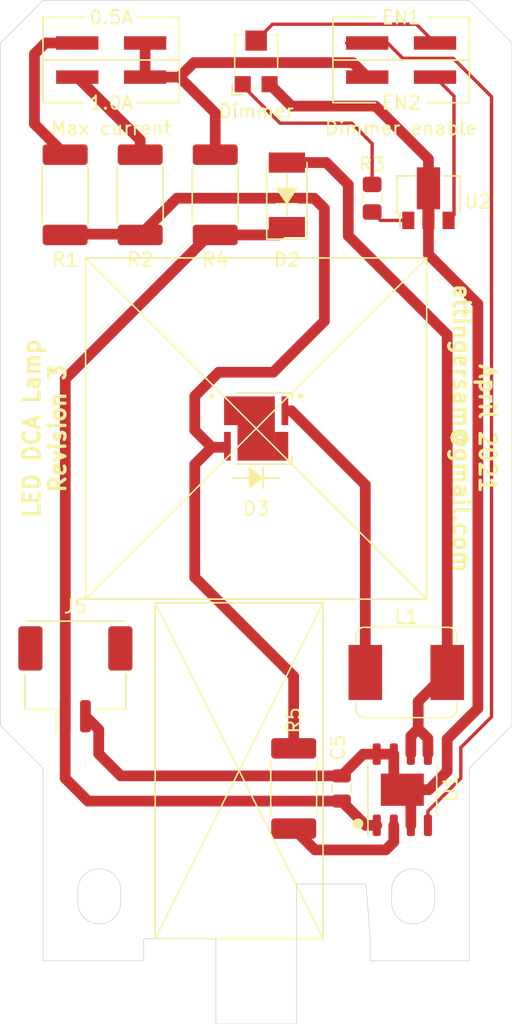
<source format=kicad_pcb>
(kicad_pcb (version 20171130) (host pcbnew "(5.1.9)-1")

  (general
    (thickness 1.6)
    (drawings 80)
    (tracks 107)
    (zones 0)
    (modules 17)
    (nets 15)
  )

  (page A4)
  (layers
    (0 F.Cu signal)
    (31 B.Cu signal)
    (32 B.Adhes user)
    (33 F.Adhes user)
    (34 B.Paste user)
    (35 F.Paste user)
    (36 B.SilkS user)
    (37 F.SilkS user)
    (38 B.Mask user)
    (39 F.Mask user)
    (40 Dwgs.User user)
    (41 Cmts.User user)
    (42 Eco1.User user)
    (43 Eco2.User user)
    (44 Edge.Cuts user)
    (45 Margin user)
    (46 B.CrtYd user)
    (47 F.CrtYd user)
    (48 B.Fab user hide)
    (49 F.Fab user hide)
  )

  (setup
    (last_trace_width 0.8)
    (trace_clearance 0.25)
    (zone_clearance 0.508)
    (zone_45_only no)
    (trace_min 0.2)
    (via_size 0.8)
    (via_drill 0.4)
    (via_min_size 0.4)
    (via_min_drill 0.3)
    (uvia_size 0.3)
    (uvia_drill 0.1)
    (uvias_allowed no)
    (uvia_min_size 0.2)
    (uvia_min_drill 0.1)
    (edge_width 0.05)
    (segment_width 0.2)
    (pcb_text_width 0.3)
    (pcb_text_size 1.5 1.5)
    (mod_edge_width 0.12)
    (mod_text_size 1 1)
    (mod_text_width 0.15)
    (pad_size 2.4 2.4)
    (pad_drill 1.2)
    (pad_to_mask_clearance 0.05)
    (aux_axis_origin 0 0)
    (visible_elements 7FFFFFFF)
    (pcbplotparams
      (layerselection 0x010fc_ffffffff)
      (usegerberextensions false)
      (usegerberattributes true)
      (usegerberadvancedattributes true)
      (creategerberjobfile true)
      (excludeedgelayer true)
      (linewidth 0.101600)
      (plotframeref false)
      (viasonmask false)
      (mode 1)
      (useauxorigin false)
      (hpglpennumber 1)
      (hpglpenspeed 20)
      (hpglpendiameter 15.000000)
      (psnegative false)
      (psa4output false)
      (plotreference true)
      (plotvalue true)
      (plotinvisibletext false)
      (padsonsilk false)
      (subtractmaskfromsilk false)
      (outputformat 1)
      (mirror false)
      (drillshape 1)
      (scaleselection 1)
      (outputdirectory ""))
  )

  (net 0 "")
  (net 1 "Net-(D2-Pad2)")
  (net 2 "Net-(J7-Pad1)")
  (net 3 VIN_UPRIGHT)
  (net 4 GND_UPRIGHT)
  (net 5 DIMMING)
  (net 6 "Net-(D3-Pad1)")
  (net 7 "Net-(J7-Pad3)")
  (net 8 "Net-(J8-Pad2)")
  (net 9 "Net-(J8-Pad4)")
  (net 10 "Net-(R3-Pad2)")
  (net 11 "Net-(R3-Pad1)")
  (net 12 "Net-(R5-Pad2)")
  (net 13 "Net-(D3-Pad2)")
  (net 14 "Net-(J7-Pad2)")

  (net_class Default "This is the default net class."
    (clearance 0.25)
    (trace_width 0.8)
    (via_dia 0.8)
    (via_drill 0.4)
    (uvia_dia 0.3)
    (uvia_drill 0.1)
    (add_net GND_UPRIGHT)
    (add_net "Net-(D2-Pad2)")
    (add_net "Net-(D3-Pad1)")
    (add_net "Net-(D3-Pad2)")
    (add_net "Net-(J7-Pad1)")
    (add_net "Net-(J7-Pad2)")
    (add_net "Net-(J7-Pad3)")
    (add_net "Net-(R5-Pad2)")
    (add_net VIN_UPRIGHT)
  )

  (net_class non-power ""
    (clearance 0.25)
    (trace_width 0.25)
    (via_dia 0.8)
    (via_drill 0.4)
    (uvia_dia 0.3)
    (uvia_drill 0.1)
    (add_net DIMMING)
    (add_net "Net-(J8-Pad2)")
    (add_net "Net-(J8-Pad4)")
    (add_net "Net-(R3-Pad1)")
    (add_net "Net-(R3-Pad2)")
  )

  (module Connector_PinHeader_2.54mm:PinHeader_2x02_P2.54mm_Vertical_SMD (layer F.Cu) (tedit 607A82A6) (tstamp 607B1213)
    (at 116.205 10.795)
    (descr "surface-mounted straight pin header, 2x02, 2.54mm pitch, double rows")
    (tags "Surface mounted pin header SMD 2x02 2.54mm double row")
    (path /6083069C)
    (attr smd)
    (fp_text reference J7 (at 0 -3.6) (layer F.SilkS) hide
      (effects (font (size 1 1) (thickness 0.15)))
    )
    (fp_text value Conn_02x02_Odd_Even (at 0 3.6) (layer F.Fab)
      (effects (font (size 1 1) (thickness 0.15)))
    )
    (fp_line (start 2.54 2.54) (end -2.54 2.54) (layer F.Fab) (width 0.1))
    (fp_line (start -1.59 -2.54) (end 2.54 -2.54) (layer F.Fab) (width 0.1))
    (fp_line (start -2.54 2.54) (end -2.54 -1.59) (layer F.Fab) (width 0.1))
    (fp_line (start -2.54 -1.59) (end -1.59 -2.54) (layer F.Fab) (width 0.1))
    (fp_line (start 2.54 -2.54) (end 2.54 2.54) (layer F.Fab) (width 0.1))
    (fp_line (start -2.54 -1.59) (end -3.6 -1.59) (layer F.Fab) (width 0.1))
    (fp_line (start -3.6 -1.59) (end -3.6 -0.95) (layer F.Fab) (width 0.1))
    (fp_line (start -3.6 -0.95) (end -2.54 -0.95) (layer F.Fab) (width 0.1))
    (fp_line (start 2.54 -1.59) (end 3.6 -1.59) (layer F.Fab) (width 0.1))
    (fp_line (start 3.6 -1.59) (end 3.6 -0.95) (layer F.Fab) (width 0.1))
    (fp_line (start 3.6 -0.95) (end 2.54 -0.95) (layer F.Fab) (width 0.1))
    (fp_line (start -2.54 0.95) (end -3.6 0.95) (layer F.Fab) (width 0.1))
    (fp_line (start -3.6 0.95) (end -3.6 1.59) (layer F.Fab) (width 0.1))
    (fp_line (start -3.6 1.59) (end -2.54 1.59) (layer F.Fab) (width 0.1))
    (fp_line (start 2.54 0.95) (end 3.6 0.95) (layer F.Fab) (width 0.1))
    (fp_line (start 3.6 0.95) (end 3.6 1.59) (layer F.Fab) (width 0.1))
    (fp_line (start 3.6 1.59) (end 2.54 1.59) (layer F.Fab) (width 0.1))
    (fp_line (start -5.9 -3.05) (end -5.9 3.05) (layer F.CrtYd) (width 0.05))
    (fp_line (start -5.9 3.05) (end 5.9 3.05) (layer F.CrtYd) (width 0.05))
    (fp_line (start 5.9 3.05) (end 5.9 -3.05) (layer F.CrtYd) (width 0.05))
    (fp_line (start 5.9 -3.05) (end -5.9 -3.05) (layer F.CrtYd) (width 0.05))
    (fp_text user %R (at 0 0 90) (layer F.Fab)
      (effects (font (size 1 1) (thickness 0.15)))
    )
    (pad 4 smd rect (at 2.525 1.27) (size 3.15 1) (layers F.Cu F.Paste F.Mask)
      (net 14 "Net-(J7-Pad2)"))
    (pad 3 smd rect (at -2.525 1.27) (size 3.15 1) (layers F.Cu F.Paste F.Mask)
      (net 7 "Net-(J7-Pad3)"))
    (pad 2 smd rect (at 2.525 -1.27) (size 3.15 1) (layers F.Cu F.Paste F.Mask)
      (net 14 "Net-(J7-Pad2)"))
    (pad 1 smd rect (at -2.525 -1.27) (size 3.15 1) (layers F.Cu F.Paste F.Mask)
      (net 2 "Net-(J7-Pad1)"))
    (model ${KISYS3DMOD}/Connector_PinHeader_2.54mm.3dshapes/PinHeader_2x02_P2.54mm_Vertical_SMD.wrl
      (at (xyz 0 0 0))
      (scale (xyz 1 1 1))
      (rotate (xyz 0 0 0))
    )
  )

  (module Resistor_SMD:R_2512_6332Metric_Pad1.52x3.35mm_HandSolder (layer F.Cu) (tedit 5B301BBD) (tstamp 607C2E16)
    (at 112.776 20.828 270)
    (descr "Resistor SMD 2512 (6332 Metric), square (rectangular) end terminal, IPC_7351 nominal with elongated pad for handsoldering. (Body size source: http://www.tortai-tech.com/upload/download/2011102023233369053.pdf), generated with kicad-footprint-generator")
    (tags "resistor handsolder")
    (path /5F0D273E)
    (attr smd)
    (fp_text reference R1 (at 4.826 0 180) (layer F.SilkS)
      (effects (font (size 1 1) (thickness 0.15)))
    )
    (fp_text value 0.100 (at 0 2.62 90) (layer F.Fab)
      (effects (font (size 1 1) (thickness 0.15)))
    )
    (fp_line (start 4 1.92) (end -4 1.92) (layer F.CrtYd) (width 0.05))
    (fp_line (start 4 -1.92) (end 4 1.92) (layer F.CrtYd) (width 0.05))
    (fp_line (start -4 -1.92) (end 4 -1.92) (layer F.CrtYd) (width 0.05))
    (fp_line (start -4 1.92) (end -4 -1.92) (layer F.CrtYd) (width 0.05))
    (fp_line (start -2.052064 1.71) (end 2.052064 1.71) (layer F.SilkS) (width 0.12))
    (fp_line (start -2.052064 -1.71) (end 2.052064 -1.71) (layer F.SilkS) (width 0.12))
    (fp_line (start 3.15 1.6) (end -3.15 1.6) (layer F.Fab) (width 0.1))
    (fp_line (start 3.15 -1.6) (end 3.15 1.6) (layer F.Fab) (width 0.1))
    (fp_line (start -3.15 -1.6) (end 3.15 -1.6) (layer F.Fab) (width 0.1))
    (fp_line (start -3.15 1.6) (end -3.15 -1.6) (layer F.Fab) (width 0.1))
    (fp_text user %R (at 0 0 90) (layer F.Fab)
      (effects (font (size 1 1) (thickness 0.15)))
    )
    (pad 2 smd roundrect (at 2.9875 0 270) (size 1.525 3.35) (layers F.Cu F.Paste F.Mask) (roundrect_rratio 0.163934)
      (net 13 "Net-(D3-Pad2)"))
    (pad 1 smd roundrect (at -2.9875 0 270) (size 1.525 3.35) (layers F.Cu F.Paste F.Mask) (roundrect_rratio 0.163934)
      (net 2 "Net-(J7-Pad1)"))
    (model ${KISYS3DMOD}/Resistor_SMD.3dshapes/R_2512_6332Metric.wrl
      (at (xyz 0 0 0))
      (scale (xyz 1 1 1))
      (rotate (xyz 0 0 0))
    )
  )

  (module Potentiometer_SMD:Potentiometer_Bourns_TC33X_Vertical (layer F.Cu) (tedit 607A7981) (tstamp 607B040B)
    (at 127 10.795 90)
    (descr "Potentiometer, Bourns, TC33X, Vertical, https://www.bourns.com/pdfs/TC33.pdf")
    (tags "Potentiometer Bourns TC33X Vertical")
    (path /5F12A84E)
    (attr smd)
    (fp_text reference RV1 (at 0 -2.5 90) (layer F.SilkS) hide
      (effects (font (size 1 1) (thickness 0.15)))
    )
    (fp_text value 10k (at 0 2.5 90) (layer F.Fab)
      (effects (font (size 1 1) (thickness 0.15)))
    )
    (fp_circle (center 0 0) (end 1.5 0) (layer F.Fab) (width 0.1))
    (fp_line (start -2 -0.75) (end -2 1.5) (layer F.Fab) (width 0.1))
    (fp_line (start -2 1.5) (end 1.8 1.5) (layer F.Fab) (width 0.1))
    (fp_line (start 1.8 1.5) (end 1.8 -1.5) (layer F.Fab) (width 0.1))
    (fp_line (start 1.8 -1.5) (end -1.25 -1.5) (layer F.Fab) (width 0.1))
    (fp_line (start -1.25 -1.5) (end -2 -0.75) (layer F.Fab) (width 0.1))
    (fp_line (start -2.1 -0.2) (end -2.1 0.2) (layer F.SilkS) (width 0.12))
    (fp_line (start -1 -1.6) (end 1.9 -1.6) (layer F.SilkS) (width 0.12))
    (fp_line (start 1.9 -1.6) (end 1.9 -1) (layer F.SilkS) (width 0.12))
    (fp_line (start -1 1.6) (end 1.9 1.6) (layer F.SilkS) (width 0.12))
    (fp_line (start 1.9 1.6) (end 1.9 1) (layer F.SilkS) (width 0.12))
    (fp_line (start -1.9 -1.8) (end -2.6 -1.8) (layer F.SilkS) (width 0.12))
    (fp_line (start -2.6 -1.8) (end -2.6 -1.1) (layer F.SilkS) (width 0.12))
    (fp_line (start -2.65 -1.85) (end 2.45 -1.85) (layer F.CrtYd) (width 0.05))
    (fp_line (start 2.45 -1.85) (end 2.45 1.85) (layer F.CrtYd) (width 0.05))
    (fp_line (start 2.45 1.85) (end -2.65 1.85) (layer F.CrtYd) (width 0.05))
    (fp_line (start -2.65 1.85) (end -2.65 -1.85) (layer F.CrtYd) (width 0.05))
    (fp_circle (center 0 0) (end 1.8 0) (layer Dwgs.User) (width 0.05))
    (fp_text user "Wiper may be\nanywhere within\ncircle shown" (at -0.15 -0.8 90) (layer Cmts.User)
      (effects (font (size 0.15 0.15) (thickness 0.02)))
    )
    (fp_text user %R (at 0 0 90) (layer F.Fab)
      (effects (font (size 0.7 0.7) (thickness 0.105)))
    )
    (pad 2 smd rect (at 1.45 0 90) (size 1.5 1.6) (layers F.Cu F.Paste F.Mask)
      (net 8 "Net-(J8-Pad2)"))
    (pad 3 smd rect (at -1.8 1 90) (size 1.2 1.2) (layers F.Cu F.Paste F.Mask)
      (net 4 GND_UPRIGHT))
    (pad 1 smd rect (at -1.8 -1 90) (size 1.2 1.2) (layers F.Cu F.Paste F.Mask)
      (net 11 "Net-(R3-Pad1)"))
    (model ${KISYS3DMOD}/Potentiometer_SMD.3dshapes/Potentiometer_Bourns_3314J_Vertical.step
      (at (xyz 0 0 0))
      (scale (xyz 0.8 0.8 0.8))
      (rotate (xyz 0 0 -90))
    )
  )

  (module LED_SMD:LED_Cree-XHP50_12V (layer F.Cu) (tedit 607A7795) (tstamp 607B330C)
    (at 127 38.227 180)
    (descr "Cree XHP50, 12V footprint, http://www.cree.com/~/media/Files/Cree/LED%20Components%20and%20Modules/XLamp/Data%20and%20Binning/ds%20XHP50.pdf")
    (tags "LED XHP50 Cree")
    (path /6081ECC4)
    (attr smd)
    (fp_text reference D3 (at 0 -5.969) (layer F.SilkS)
      (effects (font (size 1 1) (thickness 0.15)))
    )
    (fp_text value LED_Small_ALT (at 0 3.5) (layer F.Fab)
      (effects (font (size 1 1) (thickness 0.15)))
    )
    (fp_line (start -2.5 -2.5) (end 2.5 -2.5) (layer F.Fab) (width 0.1))
    (fp_line (start 2.5 -2.5) (end 2.5 2.5) (layer F.Fab) (width 0.1))
    (fp_line (start 2.5 2.5) (end -2.5 2.5) (layer F.Fab) (width 0.1))
    (fp_line (start -2.5 2.5) (end -2.5 -2.5) (layer F.Fab) (width 0.1))
    (fp_line (start 2.7 -2.7) (end -2.7 -2.7) (layer F.CrtYd) (width 0.05))
    (fp_line (start -2.7 -2.7) (end -2.7 2.7) (layer F.CrtYd) (width 0.05))
    (fp_line (start -2.7 2.7) (end 2.7 2.7) (layer F.CrtYd) (width 0.05))
    (fp_line (start 2.7 2.7) (end 2.7 -2.7) (layer F.CrtYd) (width 0.05))
    (fp_line (start 1.5 -2.65) (end -2.65 -2.65) (layer F.SilkS) (width 0.12))
    (fp_line (start 1.5 2.65) (end -2.65 2.65) (layer F.SilkS) (width 0.12))
    (fp_line (start -2.65 2.65) (end -2.65 2.15) (layer F.SilkS) (width 0.12))
    (fp_line (start -2.65 -2.65) (end -2.65 -2.1) (layer F.SilkS) (width 0.12))
    (fp_line (start 2 -1.25) (end 1.25 -1.25) (layer F.Fab) (width 0.1))
    (fp_line (start 1.25 -1.25) (end 1.25 -1.75) (layer F.Fab) (width 0.1))
    (fp_line (start 1.25 -1.75) (end 0.5 -1.25) (layer F.Fab) (width 0.1))
    (fp_line (start 0.5 -1.25) (end 1.25 -0.75) (layer F.Fab) (width 0.1))
    (fp_line (start 1.25 -0.75) (end 1.25 -1.25) (layer F.Fab) (width 0.1))
    (fp_line (start 0.5 -1.75) (end 0.5 -0.75) (layer F.Fab) (width 0.1))
    (fp_line (start -2 -1.25) (end -1.25 -1.25) (layer F.Fab) (width 0.1))
    (fp_line (start -1.25 -1.25) (end -1.25 -1.75) (layer F.Fab) (width 0.1))
    (fp_line (start -1.25 -1.25) (end -1.25 -0.75) (layer F.Fab) (width 0.1))
    (fp_line (start -1.25 -1.25) (end -0.5 -1.75) (layer F.Fab) (width 0.1))
    (fp_line (start -0.5 -1.75) (end -0.5 -0.75) (layer F.Fab) (width 0.1))
    (fp_line (start -0.5 -0.75) (end -1.25 -1.25) (layer F.Fab) (width 0.1))
    (fp_line (start -0.5 -1.25) (end 0.5 -1.25) (layer F.Fab) (width 0.1))
    (fp_line (start 2 1.25) (end 1.25 1.25) (layer F.Fab) (width 0.1))
    (fp_line (start 1.25 0.75) (end 1.25 1.75) (layer F.Fab) (width 0.1))
    (fp_line (start 1.25 0.75) (end 0.5 1.25) (layer F.Fab) (width 0.1))
    (fp_line (start 0.5 1.25) (end 1.25 1.75) (layer F.Fab) (width 0.1))
    (fp_line (start 0.5 0.75) (end 0.5 1.75) (layer F.Fab) (width 0.1))
    (fp_line (start -2 1.25) (end -1.25 1.25) (layer F.Fab) (width 0.1))
    (fp_line (start -1.25 1.25) (end -1.25 0.75) (layer F.Fab) (width 0.1))
    (fp_line (start -1.25 1.25) (end -1.25 1.75) (layer F.Fab) (width 0.1))
    (fp_line (start -1.25 1.25) (end -0.5 0.75) (layer F.Fab) (width 0.1))
    (fp_line (start -0.5 0.75) (end -0.5 1.75) (layer F.Fab) (width 0.1))
    (fp_line (start -0.5 1.75) (end -1.25 1.25) (layer F.Fab) (width 0.1))
    (fp_line (start -0.5 1.25) (end 0.5 1.25) (layer F.Fab) (width 0.1))
    (fp_line (start -2 -1.25) (end -2 0) (layer F.Fab) (width 0.1))
    (fp_line (start -2 0) (end 2 0) (layer F.Fab) (width 0.1))
    (fp_line (start 2 0) (end 2 1.25) (layer F.Fab) (width 0.1))
    (fp_text user %R (at 0 0) (layer F.Fab)
      (effects (font (size 1 1) (thickness 0.1)))
    )
    (pad 1 smd rect (at -2.14 1.32 180) (size 0.5 2.14) (layers F.Cu F.Paste F.Mask)
      (net 6 "Net-(D3-Pad1)"))
    (pad 2 smd rect (at 2.14 -1.32 180) (size 0.5 2.14) (layers F.Cu F.Paste F.Mask)
      (net 13 "Net-(D3-Pad2)"))
    (pad 3 smd rect (at 0 0 180) (size 2.78 4.78) (layers F.Cu F.Mask))
    (pad 3 smd rect (at 1.89 1.32 180) (size 1 2.14) (layers F.Cu F.Mask))
    (pad 3 smd rect (at -1.89 -1.32 180) (size 1 2.14) (layers F.Cu F.Mask))
    (pad "" smd rect (at -2.14 -1.32 180) (size 0.5 2.14) (layers F.Paste))
    (pad "" smd rect (at 2.14 1.32 180) (size 0.5 2.14) (layers F.Paste))
    (pad "" smd rect (at -0.61 -1.575 180) (size 0.97 0.8) (layers F.Paste))
    (pad "" smd rect (at 0.61 -1.575 180) (size 0.97 0.8) (layers F.Paste))
    (pad "" smd rect (at -0.61 -0.525 180) (size 0.97 0.8) (layers F.Paste))
    (pad "" smd rect (at 0.61 -0.525 180) (size 0.97 0.8) (layers F.Paste))
    (pad "" smd rect (at -0.61 0.525 180) (size 0.97 0.8) (layers F.Paste))
    (pad "" smd rect (at 0.61 0.525 180) (size 0.97 0.8) (layers F.Paste))
    (pad "" smd rect (at -0.61 1.575 180) (size 0.97 0.8) (layers F.Paste))
    (pad "" smd rect (at 0.61 1.575 180) (size 0.97 0.8) (layers F.Paste))
    (model ${KIPRJMOD}/projector_bulb.pretty/LED_Cree-XHP50_12V.step
      (at (xyz 0 0 0))
      (scale (xyz 1 1 1))
      (rotate (xyz 0 0 0))
    )
  )

  (module Resistor_SMD:R_2512_6332Metric_Pad1.52x3.35mm_HandSolder (layer F.Cu) (tedit 5B301BBD) (tstamp 607C2C71)
    (at 123.952 20.828 90)
    (descr "Resistor SMD 2512 (6332 Metric), square (rectangular) end terminal, IPC_7351 nominal with elongated pad for handsoldering. (Body size source: http://www.tortai-tech.com/upload/download/2011102023233369053.pdf), generated with kicad-footprint-generator")
    (tags "resistor handsolder")
    (path /608549C3)
    (attr smd)
    (fp_text reference R4 (at -4.826 0 180) (layer F.SilkS)
      (effects (font (size 1 1) (thickness 0.15)))
    )
    (fp_text value 0Ω (at 0 2.62 90) (layer F.Fab)
      (effects (font (size 1 1) (thickness 0.15)))
    )
    (fp_line (start -3.15 1.6) (end -3.15 -1.6) (layer F.Fab) (width 0.1))
    (fp_line (start -3.15 -1.6) (end 3.15 -1.6) (layer F.Fab) (width 0.1))
    (fp_line (start 3.15 -1.6) (end 3.15 1.6) (layer F.Fab) (width 0.1))
    (fp_line (start 3.15 1.6) (end -3.15 1.6) (layer F.Fab) (width 0.1))
    (fp_line (start -2.052064 -1.71) (end 2.052064 -1.71) (layer F.SilkS) (width 0.12))
    (fp_line (start -2.052064 1.71) (end 2.052064 1.71) (layer F.SilkS) (width 0.12))
    (fp_line (start -4 1.92) (end -4 -1.92) (layer F.CrtYd) (width 0.05))
    (fp_line (start -4 -1.92) (end 4 -1.92) (layer F.CrtYd) (width 0.05))
    (fp_line (start 4 -1.92) (end 4 1.92) (layer F.CrtYd) (width 0.05))
    (fp_line (start 4 1.92) (end -4 1.92) (layer F.CrtYd) (width 0.05))
    (fp_text user %R (at 0 0 90) (layer F.Fab)
      (effects (font (size 1 1) (thickness 0.15)))
    )
    (pad 2 smd roundrect (at 2.9875 0 90) (size 1.525 3.35) (layers F.Cu F.Paste F.Mask) (roundrect_rratio 0.163934)
      (net 14 "Net-(J7-Pad2)"))
    (pad 1 smd roundrect (at -2.9875 0 90) (size 1.525 3.35) (layers F.Cu F.Paste F.Mask) (roundrect_rratio 0.163934)
      (net 3 VIN_UPRIGHT))
    (model ${KISYS3DMOD}/Resistor_SMD.3dshapes/R_2512_6332Metric.wrl
      (at (xyz 0 0 0))
      (scale (xyz 1 1 1))
      (rotate (xyz 0 0 0))
    )
  )

  (module Package_TO_SOT_SMD:SOT-89-3 (layer F.Cu) (tedit 5C33D6E8) (tstamp 60789327)
    (at 139.827 21.082 90)
    (descr "SOT-89-3, http://ww1.microchip.com/downloads/en/DeviceDoc/3L_SOT-89_MB_C04-029C.pdf")
    (tags SOT-89-3)
    (path /60794EB9)
    (attr smd)
    (fp_text reference U2 (at -0.254 3.683 180) (layer F.SilkS)
      (effects (font (size 1 1) (thickness 0.15)))
    )
    (fp_text value AP7381-33Y (at 0.3 3.5 90) (layer F.Fab)
      (effects (font (size 1 1) (thickness 0.15)))
    )
    (fp_line (start 1.66 1.05) (end 1.66 2.36) (layer F.SilkS) (width 0.12))
    (fp_line (start 1.66 2.36) (end -1.06 2.36) (layer F.SilkS) (width 0.12))
    (fp_line (start -2.2 -2.13) (end -1.06 -2.13) (layer F.SilkS) (width 0.12))
    (fp_line (start 1.66 -2.36) (end 1.66 -1.05) (layer F.SilkS) (width 0.12))
    (fp_line (start -0.95 -1.25) (end 0.05 -2.25) (layer F.Fab) (width 0.1))
    (fp_line (start 1.55 -2.25) (end 1.55 2.25) (layer F.Fab) (width 0.1))
    (fp_line (start 1.55 2.25) (end -0.95 2.25) (layer F.Fab) (width 0.1))
    (fp_line (start -0.95 2.25) (end -0.95 -1.25) (layer F.Fab) (width 0.1))
    (fp_line (start 0.05 -2.25) (end 1.55 -2.25) (layer F.Fab) (width 0.1))
    (fp_line (start 2.55 -2.5) (end 2.55 2.5) (layer F.CrtYd) (width 0.05))
    (fp_line (start 2.55 -2.5) (end -2.55 -2.5) (layer F.CrtYd) (width 0.05))
    (fp_line (start -2.55 2.5) (end 2.55 2.5) (layer F.CrtYd) (width 0.05))
    (fp_line (start -2.55 2.5) (end -2.55 -2.5) (layer F.CrtYd) (width 0.05))
    (fp_line (start -1.06 -2.36) (end 1.66 -2.36) (layer F.SilkS) (width 0.12))
    (fp_line (start -1.06 -2.36) (end -1.06 -2.13) (layer F.SilkS) (width 0.12))
    (fp_line (start -1.06 2.36) (end -1.06 2.13) (layer F.SilkS) (width 0.12))
    (fp_text user %R (at 0.5 0) (layer F.Fab)
      (effects (font (size 1 1) (thickness 0.15)))
    )
    (pad 2 smd custom (at -1.5625 0 90) (size 1.475 0.9) (layers F.Cu F.Paste F.Mask)
      (net 4 GND_UPRIGHT) (zone_connect 2)
      (options (clearance outline) (anchor rect))
      (primitives
        (gr_poly (pts
           (xy 0.7375 -0.8665) (xy 3.8625 -0.8665) (xy 3.8625 0.8665) (xy 0.7375 0.8665)) (width 0))
      ))
    (pad 3 smd rect (at -1.65 1.5 90) (size 1.3 0.9) (layers F.Cu F.Paste F.Mask)
      (net 9 "Net-(J8-Pad4)"))
    (pad 1 smd rect (at -1.65 -1.5 90) (size 1.3 0.9) (layers F.Cu F.Paste F.Mask)
      (net 10 "Net-(R3-Pad2)"))
    (model ${KISYS3DMOD}/Package_TO_SOT_SMD.3dshapes/SOT-89-3.wrl
      (at (xyz 0 0 0))
      (scale (xyz 1 1 1))
      (rotate (xyz 0 0 0))
    )
  )

  (module Resistor_SMD:R_2512_6332Metric_Pad1.52x3.35mm_HandSolder (layer F.Cu) (tedit 5B301BBD) (tstamp 607C4185)
    (at 129.794 65.024 270)
    (descr "Resistor SMD 2512 (6332 Metric), square (rectangular) end terminal, IPC_7351 nominal with elongated pad for handsoldering. (Body size source: http://www.tortai-tech.com/upload/download/2011102023233369053.pdf), generated with kicad-footprint-generator")
    (tags "resistor handsolder")
    (path /6087C58A)
    (attr smd)
    (fp_text reference R5 (at -5.08 0 90) (layer F.SilkS)
      (effects (font (size 1 1) (thickness 0.15)))
    )
    (fp_text value 0Ω (at 0 2.62 90) (layer F.Fab)
      (effects (font (size 1 1) (thickness 0.15)))
    )
    (fp_line (start -3.15 1.6) (end -3.15 -1.6) (layer F.Fab) (width 0.1))
    (fp_line (start -3.15 -1.6) (end 3.15 -1.6) (layer F.Fab) (width 0.1))
    (fp_line (start 3.15 -1.6) (end 3.15 1.6) (layer F.Fab) (width 0.1))
    (fp_line (start 3.15 1.6) (end -3.15 1.6) (layer F.Fab) (width 0.1))
    (fp_line (start -2.052064 -1.71) (end 2.052064 -1.71) (layer F.SilkS) (width 0.12))
    (fp_line (start -2.052064 1.71) (end 2.052064 1.71) (layer F.SilkS) (width 0.12))
    (fp_line (start -4 1.92) (end -4 -1.92) (layer F.CrtYd) (width 0.05))
    (fp_line (start -4 -1.92) (end 4 -1.92) (layer F.CrtYd) (width 0.05))
    (fp_line (start 4 -1.92) (end 4 1.92) (layer F.CrtYd) (width 0.05))
    (fp_line (start 4 1.92) (end -4 1.92) (layer F.CrtYd) (width 0.05))
    (fp_text user %R (at 0 0 90) (layer F.Fab)
      (effects (font (size 1 1) (thickness 0.15)))
    )
    (pad 2 smd roundrect (at 2.9875 0 270) (size 1.525 3.35) (layers F.Cu F.Paste F.Mask) (roundrect_rratio 0.163934)
      (net 12 "Net-(R5-Pad2)"))
    (pad 1 smd roundrect (at -2.9875 0 270) (size 1.525 3.35) (layers F.Cu F.Paste F.Mask) (roundrect_rratio 0.163934)
      (net 13 "Net-(D3-Pad2)"))
    (model ${KISYS3DMOD}/Resistor_SMD.3dshapes/R_2512_6332Metric.wrl
      (at (xyz 0 0 0))
      (scale (xyz 1 1 1))
      (rotate (xyz 0 0 0))
    )
  )

  (module Resistor_SMD:R_0805_2012Metric_Pad1.15x1.40mm_HandSolder (layer F.Cu) (tedit 5B36C52B) (tstamp 5F0F7D71)
    (at 135.636 21.082 270)
    (descr "Resistor SMD 0805 (2012 Metric), square (rectangular) end terminal, IPC_7351 nominal with elongated pad for handsoldering. (Body size source: https://docs.google.com/spreadsheets/d/1BsfQQcO9C6DZCsRaXUlFlo91Tg2WpOkGARC1WS5S8t0/edit?usp=sharing), generated with kicad-footprint-generator")
    (tags "resistor handsolder")
    (path /5F12108E)
    (attr smd)
    (fp_text reference R3 (at -2.54 0 180) (layer F.SilkS)
      (effects (font (size 1 1) (thickness 0.15)))
    )
    (fp_text value 7.5k (at 0 1.65 90) (layer F.Fab)
      (effects (font (size 1 1) (thickness 0.15)))
    )
    (fp_line (start 1.85 0.95) (end -1.85 0.95) (layer F.CrtYd) (width 0.05))
    (fp_line (start 1.85 -0.95) (end 1.85 0.95) (layer F.CrtYd) (width 0.05))
    (fp_line (start -1.85 -0.95) (end 1.85 -0.95) (layer F.CrtYd) (width 0.05))
    (fp_line (start -1.85 0.95) (end -1.85 -0.95) (layer F.CrtYd) (width 0.05))
    (fp_line (start -0.261252 0.71) (end 0.261252 0.71) (layer F.SilkS) (width 0.12))
    (fp_line (start -0.261252 -0.71) (end 0.261252 -0.71) (layer F.SilkS) (width 0.12))
    (fp_line (start 1 0.6) (end -1 0.6) (layer F.Fab) (width 0.1))
    (fp_line (start 1 -0.6) (end 1 0.6) (layer F.Fab) (width 0.1))
    (fp_line (start -1 -0.6) (end 1 -0.6) (layer F.Fab) (width 0.1))
    (fp_line (start -1 0.6) (end -1 -0.6) (layer F.Fab) (width 0.1))
    (fp_text user %R (at 0 0 90) (layer F.Fab)
      (effects (font (size 0.5 0.5) (thickness 0.08)))
    )
    (pad 2 smd roundrect (at 1.025 0 270) (size 1.15 1.4) (layers F.Cu F.Paste F.Mask) (roundrect_rratio 0.217391)
      (net 10 "Net-(R3-Pad2)"))
    (pad 1 smd roundrect (at -1.025 0 270) (size 1.15 1.4) (layers F.Cu F.Paste F.Mask) (roundrect_rratio 0.217391)
      (net 11 "Net-(R3-Pad1)"))
    (model ${KISYS3DMOD}/Resistor_SMD.3dshapes/R_0805_2012Metric.wrl
      (at (xyz 0 0 0))
      (scale (xyz 1 1 1))
      (rotate (xyz 0 0 0))
    )
  )

  (module Connector_Molex:Molex_CLIK-Mate_505405-0270_1x02-1MP_P1.50mm_Vertical (layer F.Cu) (tedit 607F9A7D) (tstamp 607B33B9)
    (at 113.538 56.896)
    (descr "Molex CLIK-Mate series connector, 505405-0270 (http://www.molex.com/pdm_docs/sd/5054050270_sd.pdf), generated with kicad-footprint-generator")
    (tags "connector Molex CLIK-Mate side entry")
    (path /607DE2F9)
    (attr smd)
    (fp_text reference J5 (at 0 -5.42) (layer F.SilkS)
      (effects (font (size 1 1) (thickness 0.15)))
    )
    (fp_text value to_base (at 0 5.15) (layer F.Fab)
      (effects (font (size 1 1) (thickness 0.15)))
    )
    (fp_line (start -3.65 2.13) (end 3.65 2.13) (layer F.Fab) (width 0.1))
    (fp_line (start -3.76 -0.39) (end -3.76 2.24) (layer F.SilkS) (width 0.12))
    (fp_line (start -3.76 2.24) (end -1.41 2.24) (layer F.SilkS) (width 0.12))
    (fp_line (start -1.41 2.24) (end -1.41 3.95) (layer F.SilkS) (width 0.12))
    (fp_line (start 3.76 -0.39) (end 3.76 2.24) (layer F.SilkS) (width 0.12))
    (fp_line (start 3.76 2.24) (end 1.41 2.24) (layer F.SilkS) (width 0.12))
    (fp_line (start -3.65 -4.33) (end 3.65 -4.33) (layer F.SilkS) (width 0.12))
    (fp_line (start -3.65 -4.22) (end 3.65 -4.22) (layer F.Fab) (width 0.1))
    (fp_line (start -3.65 2.13) (end -3.65 -4.22) (layer F.Fab) (width 0.1))
    (fp_line (start 3.65 2.13) (end 3.65 -4.22) (layer F.Fab) (width 0.1))
    (fp_line (start -4.75 -4.72) (end -4.75 4.45) (layer F.CrtYd) (width 0.05))
    (fp_line (start -4.75 4.45) (end 4.75 4.45) (layer F.CrtYd) (width 0.05))
    (fp_line (start 4.75 4.45) (end 4.75 -4.72) (layer F.CrtYd) (width 0.05))
    (fp_line (start 4.75 -4.72) (end -4.75 -4.72) (layer F.CrtYd) (width 0.05))
    (fp_line (start -1.25 2.13) (end -0.75 1.422893) (layer F.Fab) (width 0.1))
    (fp_line (start -0.75 1.422893) (end -0.25 2.13) (layer F.Fab) (width 0.1))
    (fp_text user %R (at 0 -1.05) (layer F.Fab)
      (effects (font (size 1 1) (thickness 0.15)))
    )
    (pad "" smd roundrect (at 3.35 -2.3) (size 1.8 3.3) (layers F.Cu F.Paste F.Mask) (roundrect_rratio 0.139))
    (pad "" smd roundrect (at -3.35 -2.3) (size 1.8 3.3) (layers F.Cu F.Paste F.Mask) (roundrect_rratio 0.139))
    (pad 2 smd roundrect (at 0.75 2.75) (size 0.8 2.4) (layers F.Cu F.Paste F.Mask) (roundrect_rratio 0.25)
      (net 4 GND_UPRIGHT))
    (pad 1 smd roundrect (at -0.75 2.75) (size 0.8 2.4) (layers F.Cu F.Paste F.Mask) (roundrect_rratio 0.25)
      (net 3 VIN_UPRIGHT))
    (model ${KISYS3DMOD}/Connector_Molex.3dshapes/Molex_CLIK-Mate_505405-0270_1x02-1MP_P1.50mm_Vertical.wrl
      (at (xyz 0 0 0))
      (scale (xyz 1 1 1))
      (rotate (xyz 0 0 0))
    )
  )

  (module Package_SO:HTSOP-8-1EP_3.9x4.9mm_P1.27mm_EP2.4x3.2mm (layer F.Cu) (tedit 607A0CF3) (tstamp 607C3120)
    (at 137.884 65.116 90)
    (descr "HTSOP, 8 Pin (https://media.digikey.com/pdf/Data%20Sheets/Rohm%20PDFs/BD9G341EFJ.pdf), generated with kicad-footprint-generator ipc_gullwing_generator.py")
    (tags "HTSOP SO")
    (path /6078D646)
    (attr smd)
    (fp_text reference U1 (at 0.092 3.594 -90) (layer F.SilkS)
      (effects (font (size 1 1) (thickness 0.15)))
    )
    (fp_text value PAM2863 (at 0 3.4 270) (layer F.Fab)
      (effects (font (size 1 1) (thickness 0.15)))
    )
    (fp_line (start 0 2.56) (end 1.95 2.56) (layer F.SilkS) (width 0.12))
    (fp_line (start 0 2.56) (end -1.95 2.56) (layer F.SilkS) (width 0.12))
    (fp_line (start 0 -2.56) (end 1.95 -2.56) (layer F.SilkS) (width 0.12))
    (fp_line (start 0 -2.56) (end -3.45 -2.56) (layer F.SilkS) (width 0.12))
    (fp_line (start -0.975 -2.45) (end 1.95 -2.45) (layer F.Fab) (width 0.1))
    (fp_line (start 1.95 -2.45) (end 1.95 2.45) (layer F.Fab) (width 0.1))
    (fp_line (start 1.95 2.45) (end -1.95 2.45) (layer F.Fab) (width 0.1))
    (fp_line (start -1.95 2.45) (end -1.95 -1.475) (layer F.Fab) (width 0.1))
    (fp_line (start -1.95 -1.475) (end -0.975 -2.45) (layer F.Fab) (width 0.1))
    (fp_line (start -3.7 -2.7) (end -3.7 2.7) (layer F.CrtYd) (width 0.05))
    (fp_line (start -3.7 2.7) (end 3.7 2.7) (layer F.CrtYd) (width 0.05))
    (fp_line (start 3.7 2.7) (end 3.7 -2.7) (layer F.CrtYd) (width 0.05))
    (fp_line (start 3.7 -2.7) (end -3.7 -2.7) (layer F.CrtYd) (width 0.05))
    (fp_circle (center -2.54 -3.302) (end -2.34 -3.302) (layer F.SilkS) (width 0.4))
    (fp_text user %R (at 0 0 270) (layer F.Fab)
      (effects (font (size 0.98 0.98) (thickness 0.15)))
    )
    (pad "" smd roundrect (at 0.6 0.8 90) (size 0.97 1.29) (layers F.Paste) (roundrect_rratio 0.25))
    (pad "" smd roundrect (at 0.6 -0.8 90) (size 0.97 1.29) (layers F.Paste) (roundrect_rratio 0.25))
    (pad "" smd roundrect (at -0.6 0.8 90) (size 0.97 1.29) (layers F.Paste) (roundrect_rratio 0.25))
    (pad "" smd roundrect (at -0.6 -0.8 90) (size 0.97 1.29) (layers F.Paste) (roundrect_rratio 0.25))
    (pad 9 smd rect (at 0 0 90) (size 2.4 3.2) (layers F.Cu F.Mask)
      (net 4 GND_UPRIGHT))
    (pad 8 smd roundrect (at 2.65 -1.905 90) (size 1.6 0.6) (layers F.Cu F.Paste F.Mask) (roundrect_rratio 0.25)
      (net 4 GND_UPRIGHT))
    (pad 7 smd roundrect (at 2.65 -0.635 90) (size 1.6 0.6) (layers F.Cu F.Paste F.Mask) (roundrect_rratio 0.25)
      (net 4 GND_UPRIGHT))
    (pad 6 smd roundrect (at 2.65 0.635 90) (size 1.6 0.6) (layers F.Cu F.Paste F.Mask) (roundrect_rratio 0.25)
      (net 1 "Net-(D2-Pad2)"))
    (pad 5 smd roundrect (at 2.65 1.905 90) (size 1.6 0.6) (layers F.Cu F.Paste F.Mask) (roundrect_rratio 0.25)
      (net 1 "Net-(D2-Pad2)"))
    (pad 4 smd roundrect (at -2.65 1.905 90) (size 1.6 0.6) (layers F.Cu F.Paste F.Mask) (roundrect_rratio 0.25)
      (net 5 DIMMING))
    (pad 3 smd roundrect (at -2.65 0.635 90) (size 1.6 0.6) (layers F.Cu F.Paste F.Mask) (roundrect_rratio 0.25)
      (net 4 GND_UPRIGHT))
    (pad 2 smd roundrect (at -2.65 -0.635 90) (size 1.6 0.6) (layers F.Cu F.Paste F.Mask) (roundrect_rratio 0.25)
      (net 12 "Net-(R5-Pad2)"))
    (pad 1 smd roundrect (at -2.65 -1.905 90) (size 1.6 0.6) (layers F.Cu F.Paste F.Mask) (roundrect_rratio 0.25)
      (net 3 VIN_UPRIGHT))
    (model ${KISYS3DMOD}/Package_SO.3dshapes/HTSOP-8-1EP_3.9x4.9mm_P1.27mm_EP2.4x3.2mm.wrl
      (at (xyz 0 0 0))
      (scale (xyz 1 1 1))
      (rotate (xyz 0 0 0))
    )
  )

  (module Connector_PinHeader_2.54mm:PinHeader_2x02_P2.54mm_Vertical_SMD (layer F.Cu) (tedit 607A80AE) (tstamp 607B8756)
    (at 137.795 10.795)
    (descr "surface-mounted straight pin header, 2x02, 2.54mm pitch, double rows")
    (tags "Surface mounted pin header SMD 2x02 2.54mm double row")
    (path /6083618D)
    (attr smd)
    (fp_text reference J8 (at 0 -3.6) (layer F.SilkS) hide
      (effects (font (size 1 1) (thickness 0.15)))
    )
    (fp_text value Conn_02x02_Odd_Even (at 0 3.6) (layer F.Fab)
      (effects (font (size 1 1) (thickness 0.15)))
    )
    (fp_line (start 2.54 2.54) (end -2.54 2.54) (layer F.Fab) (width 0.1))
    (fp_line (start -1.59 -2.54) (end 2.54 -2.54) (layer F.Fab) (width 0.1))
    (fp_line (start -2.54 2.54) (end -2.54 -1.59) (layer F.Fab) (width 0.1))
    (fp_line (start -2.54 -1.59) (end -1.59 -2.54) (layer F.Fab) (width 0.1))
    (fp_line (start 2.54 -2.54) (end 2.54 2.54) (layer F.Fab) (width 0.1))
    (fp_line (start -2.54 -1.59) (end -3.6 -1.59) (layer F.Fab) (width 0.1))
    (fp_line (start -3.6 -1.59) (end -3.6 -0.95) (layer F.Fab) (width 0.1))
    (fp_line (start -3.6 -0.95) (end -2.54 -0.95) (layer F.Fab) (width 0.1))
    (fp_line (start 2.54 -1.59) (end 3.6 -1.59) (layer F.Fab) (width 0.1))
    (fp_line (start 3.6 -1.59) (end 3.6 -0.95) (layer F.Fab) (width 0.1))
    (fp_line (start 3.6 -0.95) (end 2.54 -0.95) (layer F.Fab) (width 0.1))
    (fp_line (start -2.54 0.95) (end -3.6 0.95) (layer F.Fab) (width 0.1))
    (fp_line (start -3.6 0.95) (end -3.6 1.59) (layer F.Fab) (width 0.1))
    (fp_line (start -3.6 1.59) (end -2.54 1.59) (layer F.Fab) (width 0.1))
    (fp_line (start 2.54 0.95) (end 3.6 0.95) (layer F.Fab) (width 0.1))
    (fp_line (start 3.6 0.95) (end 3.6 1.59) (layer F.Fab) (width 0.1))
    (fp_line (start 3.6 1.59) (end 2.54 1.59) (layer F.Fab) (width 0.1))
    (fp_line (start -5.9 -3.05) (end -5.9 3.05) (layer F.CrtYd) (width 0.05))
    (fp_line (start -5.9 3.05) (end 5.9 3.05) (layer F.CrtYd) (width 0.05))
    (fp_line (start 5.9 3.05) (end 5.9 -3.05) (layer F.CrtYd) (width 0.05))
    (fp_line (start 5.9 -3.05) (end -5.9 -3.05) (layer F.CrtYd) (width 0.05))
    (fp_text user %R (at 0 0 90) (layer F.Fab)
      (effects (font (size 1 1) (thickness 0.15)))
    )
    (pad 4 smd rect (at 2.525 1.27) (size 3.15 1) (layers F.Cu F.Paste F.Mask)
      (net 9 "Net-(J8-Pad4)"))
    (pad 3 smd rect (at -2.525 1.27) (size 3.15 1) (layers F.Cu F.Paste F.Mask)
      (net 14 "Net-(J7-Pad2)"))
    (pad 2 smd rect (at 2.525 -1.27) (size 3.15 1) (layers F.Cu F.Paste F.Mask)
      (net 8 "Net-(J8-Pad2)"))
    (pad 1 smd rect (at -2.525 -1.27) (size 3.15 1) (layers F.Cu F.Paste F.Mask)
      (net 5 DIMMING))
    (model ${KISYS3DMOD}/Connector_PinHeader_2.54mm.3dshapes/PinHeader_2x02_P2.54mm_Vertical_SMD.wrl
      (at (xyz 0 0 0))
      (scale (xyz 1 1 1))
      (rotate (xyz 0 0 0))
    )
  )

  (module projector_bulb:LENS_LEDIL_CA16370_HB-SQ-W (layer F.Cu) (tedit 607E665A) (tstamp 608155B3)
    (at 127 38.227)
    (path /608E1FCA)
    (fp_text reference LENS1 (at 0 0.5) (layer F.SilkS) hide
      (effects (font (size 1 1) (thickness 0.15)))
    )
    (fp_text value Lens (at 0 -3.81) (layer F.Fab) hide
      (effects (font (size 1 1) (thickness 0.15)))
    )
    (fp_arc (start 0 12.5) (end 1.6 12.5) (angle -180) (layer Dwgs.User) (width 0.12))
    (fp_arc (start 0 -12.5) (end -1.6 -12.5) (angle -180) (layer Dwgs.User) (width 0.12))
    (fp_line (start 1.6 -12.5) (end 12.5 -12.5) (layer Dwgs.User) (width 0.12))
    (fp_line (start 12.5 -12.5) (end 12.5 12.5) (layer Dwgs.User) (width 0.12))
    (fp_line (start -12.5 -12.5) (end -1.6 -12.5) (layer Dwgs.User) (width 0.12))
    (fp_line (start 12.5 12.5) (end 1.6 12.5) (layer Dwgs.User) (width 0.12))
    (fp_line (start -12.5 12.5) (end -12.5 -12.5) (layer Dwgs.User) (width 0.12))
    (fp_line (start -1.6 12.5) (end -12.5 12.5) (layer Dwgs.User) (width 0.12))
    (pad "" np_thru_hole circle (at -10.76 0) (size 2 2) (drill 2) (layers *.Cu *.Mask))
    (pad "" np_thru_hole circle (at 10.76 0) (size 2 2) (drill 2) (layers *.Cu *.Mask))
  )

  (module Diode_SMD:D_MELF (layer F.Cu) (tedit 607A0D90) (tstamp 607C1B30)
    (at 129.286 20.828 90)
    (descr "Diode, MELF,,")
    (tags "Diode MELF ")
    (path /5F0E7327)
    (attr smd)
    (fp_text reference D2 (at -4.826 0 180) (layer F.SilkS)
      (effects (font (size 1 1) (thickness 0.15)))
    )
    (fp_text value D_Schottky (at -0.25 2.5 90) (layer F.Fab)
      (effects (font (size 1 1) (thickness 0.15)))
    )
    (fp_line (start -3.4 1.6) (end -3.4 -1.6) (layer F.CrtYd) (width 0.05))
    (fp_line (start 3.4 1.6) (end -3.4 1.6) (layer F.CrtYd) (width 0.05))
    (fp_line (start 3.4 -1.6) (end 3.4 1.6) (layer F.CrtYd) (width 0.05))
    (fp_line (start -3.4 -1.6) (end 3.4 -1.6) (layer F.CrtYd) (width 0.05))
    (fp_line (start -0.64944 -0.79908) (end -0.64944 0.80112) (layer F.SilkS) (width 0.1))
    (fp_line (start 0.50118 0.00102) (end 1.4994 0.00102) (layer F.SilkS) (width 0.1))
    (fp_line (start -0.64944 0.00102) (end -1.55114 0.00102) (layer F.SilkS) (width 0.1))
    (fp_line (start 2.6 1.3) (end 2.6 -1.3) (layer F.Fab) (width 0.1))
    (fp_line (start -2.6 1.3) (end 2.6 1.3) (layer F.Fab) (width 0.1))
    (fp_line (start -2.6 -1.3) (end -2.6 1.3) (layer F.Fab) (width 0.1))
    (fp_line (start 2.6 -1.3) (end -2.6 -1.3) (layer F.Fab) (width 0.1))
    (fp_line (start -3.3 1.5) (end 2.4 1.5) (layer F.SilkS) (width 0.12))
    (fp_line (start -3.3 -1.5) (end -3.3 1.5) (layer F.SilkS) (width 0.12))
    (fp_line (start 2.4 -1.5) (end -3.3 -1.5) (layer F.SilkS) (width 0.12))
    (fp_poly (pts (xy 0.50118 0.75032) (xy -0.64944 0.00102) (xy 0.50118 -0.79908)) (layer F.SilkS) (width 0.1))
    (fp_text user %R (at 0 -2.5 90) (layer F.Fab)
      (effects (font (size 1 1) (thickness 0.15)))
    )
    (pad 2 smd rect (at 2.4 0 90) (size 1.5 2.7) (layers F.Cu F.Paste F.Mask)
      (net 1 "Net-(D2-Pad2)"))
    (pad 1 smd rect (at -2.4 0 90) (size 1.5 2.7) (layers F.Cu F.Paste F.Mask)
      (net 3 VIN_UPRIGHT))
    (model ${KISYS3DMOD}/Diode_SMD.3dshapes/D_MELF.wrl
      (at (xyz 0 0 0))
      (scale (xyz 1 1 1))
      (rotate (xyz 0 0 0))
    )
  )

  (module projector_bulb:L_KEMET_MPLCV_0654_7.9x6.5mm (layer F.Cu) (tedit 607B5671) (tstamp 6078912C)
    (at 138.176 56.388)
    (descr "Shielded Power Inductors (https://www.bourns.com/docs/product-datasheets/srp7028a.pdf)")
    (tags "Shielded Inductors Bourns SMD SRP7028A")
    (path /5F0DCD7B)
    (attr smd)
    (fp_text reference L1 (at 0 -4.15) (layer F.SilkS)
      (effects (font (size 1 1) (thickness 0.15)))
    )
    (fp_text value 47u (at 0 4.5) (layer F.Fab)
      (effects (font (size 1 1) (thickness 0.15)))
    )
    (fp_line (start -3.15 -3.25) (end 3.15 -3.25) (layer F.Fab) (width 0.1))
    (fp_line (start 3.65 -2.75) (end 3.65 2.75) (layer F.Fab) (width 0.1))
    (fp_line (start 3.15 3.25) (end -3.15 3.25) (layer F.Fab) (width 0.1))
    (fp_line (start -3.65 2.75) (end -3.65 -2.75) (layer F.Fab) (width 0.1))
    (fp_line (start -3.15 -3.36) (end 3.15 -3.36) (layer F.SilkS) (width 0.12))
    (fp_line (start 3.76 2.2) (end 3.76 2.75) (layer F.SilkS) (width 0.12))
    (fp_line (start 3.15 3.36) (end -3.1 3.36) (layer F.SilkS) (width 0.12))
    (fp_line (start -3.76 2.7) (end -3.76 2.2) (layer F.SilkS) (width 0.12))
    (fp_line (start -4.55 2.25) (end -4.55 -2.25) (layer F.CrtYd) (width 0.05))
    (fp_line (start -3.9 -3.5) (end 3.9 -3.5) (layer F.CrtYd) (width 0.05))
    (fp_line (start 4.55 -2.25) (end 4.55 2.25) (layer F.CrtYd) (width 0.05))
    (fp_line (start 3.9 3.5) (end -3.9 3.5) (layer F.CrtYd) (width 0.05))
    (fp_line (start 3.76 -2.75) (end 3.76 -2.2) (layer F.SilkS) (width 0.12))
    (fp_line (start -3.76 -2.2) (end -3.76 -2.75) (layer F.SilkS) (width 0.12))
    (fp_line (start -4.55 -2.25) (end -3.9 -2.25) (layer F.CrtYd) (width 0.05))
    (fp_line (start -3.9 2.25) (end -4.55 2.25) (layer F.CrtYd) (width 0.05))
    (fp_line (start 3.9 -2.25) (end 4.55 -2.25) (layer F.CrtYd) (width 0.05))
    (fp_line (start 4.55 2.25) (end 3.9 2.25) (layer F.CrtYd) (width 0.05))
    (fp_line (start -3.9 -2.25) (end -3.9 -3.5) (layer F.CrtYd) (width 0.05))
    (fp_line (start 3.9 -3.5) (end 3.9 -2.25) (layer F.CrtYd) (width 0.05))
    (fp_line (start 3.9 2.25) (end 3.9 3.5) (layer F.CrtYd) (width 0.05))
    (fp_line (start -3.9 3.5) (end -3.9 2.25) (layer F.CrtYd) (width 0.05))
    (fp_arc (start -3.15 -2.75) (end -3.15 -3.25) (angle -90) (layer F.Fab) (width 0.1))
    (fp_arc (start 3.15 -2.75) (end 3.65 -2.75) (angle -90) (layer F.Fab) (width 0.1))
    (fp_arc (start -3.15 2.75) (end -3.65 2.75) (angle -90) (layer F.Fab) (width 0.1))
    (fp_arc (start 3.15 2.75) (end 3.15 3.25) (angle -90) (layer F.Fab) (width 0.1))
    (fp_arc (start -3.15 -2.75) (end -3.15 -3.36) (angle -90) (layer F.SilkS) (width 0.12))
    (fp_arc (start 3.15 -2.75) (end 3.76 -2.75) (angle -90) (layer F.SilkS) (width 0.12))
    (fp_arc (start -3.1 2.7) (end -3.76 2.7) (angle -90) (layer F.SilkS) (width 0.12))
    (fp_arc (start 3.15 2.75) (end 3.15 3.36) (angle -90) (layer F.SilkS) (width 0.12))
    (fp_text user %R (at 0 0) (layer F.Fab)
      (effects (font (size 1 1) (thickness 0.15)))
    )
    (pad 1 smd rect (at -3.05 0) (size 2.5 4.1) (layers F.Cu F.Paste F.Mask)
      (net 6 "Net-(D3-Pad1)"))
    (pad 2 smd rect (at 3.05 0) (size 2.5 4.1) (layers F.Cu F.Paste F.Mask)
      (net 1 "Net-(D2-Pad2)"))
    (model ${KIPRJMOD}/projector_bulb.pretty/KEMET_MPLCV0654.step
      (at (xyz 0 0 0))
      (scale (xyz 1 1 1))
      (rotate (xyz 0 0 0))
    )
  )

  (module Resistor_SMD:R_2512_6332Metric_Pad1.52x3.35mm_HandSolder (layer F.Cu) (tedit 5B301BBD) (tstamp 607A1A54)
    (at 118.364 20.828 270)
    (descr "Resistor SMD 2512 (6332 Metric), square (rectangular) end terminal, IPC_7351 nominal with elongated pad for handsoldering. (Body size source: http://www.tortai-tech.com/upload/download/2011102023233369053.pdf), generated with kicad-footprint-generator")
    (tags "resistor handsolder")
    (path /6080608E)
    (attr smd)
    (fp_text reference R2 (at 4.826 0 180) (layer F.SilkS)
      (effects (font (size 1 1) (thickness 0.15)))
    )
    (fp_text value 0.200 (at 0 2.62 90) (layer F.Fab)
      (effects (font (size 1 1) (thickness 0.15)))
    )
    (fp_line (start -3.15 1.6) (end -3.15 -1.6) (layer F.Fab) (width 0.1))
    (fp_line (start -3.15 -1.6) (end 3.15 -1.6) (layer F.Fab) (width 0.1))
    (fp_line (start 3.15 -1.6) (end 3.15 1.6) (layer F.Fab) (width 0.1))
    (fp_line (start 3.15 1.6) (end -3.15 1.6) (layer F.Fab) (width 0.1))
    (fp_line (start -2.052064 -1.71) (end 2.052064 -1.71) (layer F.SilkS) (width 0.12))
    (fp_line (start -2.052064 1.71) (end 2.052064 1.71) (layer F.SilkS) (width 0.12))
    (fp_line (start -4 1.92) (end -4 -1.92) (layer F.CrtYd) (width 0.05))
    (fp_line (start -4 -1.92) (end 4 -1.92) (layer F.CrtYd) (width 0.05))
    (fp_line (start 4 -1.92) (end 4 1.92) (layer F.CrtYd) (width 0.05))
    (fp_line (start 4 1.92) (end -4 1.92) (layer F.CrtYd) (width 0.05))
    (fp_text user %R (at 0 0 90) (layer F.Fab)
      (effects (font (size 1 1) (thickness 0.15)))
    )
    (pad 2 smd roundrect (at 2.9875 0 270) (size 1.525 3.35) (layers F.Cu F.Paste F.Mask) (roundrect_rratio 0.163934)
      (net 13 "Net-(D3-Pad2)"))
    (pad 1 smd roundrect (at -2.9875 0 270) (size 1.525 3.35) (layers F.Cu F.Paste F.Mask) (roundrect_rratio 0.163934)
      (net 7 "Net-(J7-Pad3)"))
    (model ${KISYS3DMOD}/Resistor_SMD.3dshapes/R_2512_6332Metric.wrl
      (at (xyz 0 0 0))
      (scale (xyz 1 1 1))
      (rotate (xyz 0 0 0))
    )
  )

  (module Capacitor_SMD:C_0805_2012Metric (layer F.Cu) (tedit 5B36C52B) (tstamp 607C3180)
    (at 133.35 65.024 270)
    (descr "Capacitor SMD 0805 (2012 Metric), square (rectangular) end terminal, IPC_7351 nominal, (Body size source: https://docs.google.com/spreadsheets/d/1BsfQQcO9C6DZCsRaXUlFlo91Tg2WpOkGARC1WS5S8t0/edit?usp=sharing), generated with kicad-footprint-generator")
    (tags capacitor)
    (path /5F0E53C4)
    (attr smd)
    (fp_text reference C5 (at -3.048 0.254 90) (layer F.SilkS)
      (effects (font (size 1 1) (thickness 0.15)))
    )
    (fp_text value 22u (at 0 1.65 90) (layer F.Fab)
      (effects (font (size 1 1) (thickness 0.15)))
    )
    (fp_line (start 1.68 0.95) (end -1.68 0.95) (layer F.CrtYd) (width 0.05))
    (fp_line (start 1.68 -0.95) (end 1.68 0.95) (layer F.CrtYd) (width 0.05))
    (fp_line (start -1.68 -0.95) (end 1.68 -0.95) (layer F.CrtYd) (width 0.05))
    (fp_line (start -1.68 0.95) (end -1.68 -0.95) (layer F.CrtYd) (width 0.05))
    (fp_line (start -0.258578 0.71) (end 0.258578 0.71) (layer F.SilkS) (width 0.12))
    (fp_line (start -0.258578 -0.71) (end 0.258578 -0.71) (layer F.SilkS) (width 0.12))
    (fp_line (start 1 0.6) (end -1 0.6) (layer F.Fab) (width 0.1))
    (fp_line (start 1 -0.6) (end 1 0.6) (layer F.Fab) (width 0.1))
    (fp_line (start -1 -0.6) (end 1 -0.6) (layer F.Fab) (width 0.1))
    (fp_line (start -1 0.6) (end -1 -0.6) (layer F.Fab) (width 0.1))
    (fp_text user %R (at 0 0 90) (layer F.Fab)
      (effects (font (size 0.5 0.5) (thickness 0.08)))
    )
    (pad 2 smd roundrect (at 0.9375 0 270) (size 0.975 1.4) (layers F.Cu F.Paste F.Mask) (roundrect_rratio 0.25)
      (net 3 VIN_UPRIGHT))
    (pad 1 smd roundrect (at -0.9375 0 270) (size 0.975 1.4) (layers F.Cu F.Paste F.Mask) (roundrect_rratio 0.25)
      (net 4 GND_UPRIGHT))
    (model ${KISYS3DMOD}/Capacitor_SMD.3dshapes/C_0805_2012Metric.wrl
      (at (xyz 0 0 0))
      (scale (xyz 1 1 1))
      (rotate (xyz 0 0 0))
    )
  )

  (module projector_bulb:Heatsink_35x35x18mm (layer B.Cu) (tedit 6080E849) (tstamp 608138DC)
    (at 127 33.02)
    (descr Heatsink)
    (path /608CAEB8)
    (solder_mask_margin 0.2)
    (attr smd)
    (fp_text reference HS1 (at 0 8) (layer B.SilkS) hide
      (effects (font (size 1 1) (thickness 0.15)) (justify mirror))
    )
    (fp_text value Heatsink (at 1.27 -5.08) (layer B.Fab) hide
      (effects (font (size 1 1) (thickness 0.15)) (justify mirror))
    )
    (fp_line (start 17.5 17.5) (end 17.5 -17.5) (layer B.CrtYd) (width 0.12))
    (fp_line (start 17.5 -17.5) (end -17.5 -17.5) (layer B.CrtYd) (width 0.12))
    (fp_line (start -17.5 -17.5) (end -17.5 17.5) (layer B.CrtYd) (width 0.12))
    (fp_line (start -17.5 17.5) (end 17.5 17.5) (layer B.CrtYd) (width 0.12))
    (model ${KIPRJMOD}/projector_bulb.pretty/heatsink_low_res.wrl
      (at (xyz 0 0 0))
      (scale (xyz 1 1 0.5))
      (rotate (xyz 0 0 0))
    )
  )

  (gr_circle (center 130.302 35.814) (end 130.202 35.814) (layer F.SilkS) (width 0.2) (tstamp 607B3873))
  (gr_line (start 142.875 7.62) (end 139.7 7.62) (layer F.SilkS) (width 0.12))
  (gr_line (start 139.7 50.927) (end 139.7 25.527) (layer F.SilkS) (width 0.12) (tstamp 607C5940))
  (gr_line (start 124 76.2) (end 124 77.851) (layer Edge.Cuts) (width 0.05) (tstamp 60791159))
  (gr_line (start 127 38.227) (end 114.3 50.927) (layer F.SilkS) (width 0.12) (tstamp 607C5933))
  (gr_line (start 142.875 10.795) (end 142.875 7.62) (layer F.SilkS) (width 0.12))
  (gr_circle (center 123.698 35.814) (end 123.598 35.814) (layer F.SilkS) (width 0.2))
  (gr_line (start 135.175 72.136) (end 135.5 76.2) (layer Edge.Cuts) (width 0.05) (tstamp 607AD495))
  (gr_line (start 127 38.227) (end 139.7 50.927) (layer F.SilkS) (width 0.12) (tstamp 607C5933))
  (gr_line (start 130 72.136) (end 130 77.851) (layer Edge.Cuts) (width 0.05) (tstamp 60791160))
  (gr_line (start 114.3 50.927) (end 139.7 50.927) (layer F.SilkS) (width 0.12) (tstamp 607C593F))
  (gr_line (start 135.175 72.136) (end 130 72.136) (layer Edge.Cuts) (width 0.05) (tstamp 60791161))
  (gr_line (start 135.89 7.62) (end 132.715 7.62) (layer F.SilkS) (width 0.12))
  (gr_line (start 124 76.2) (end 118.625 76.2) (layer Edge.Cuts) (width 0.05) (tstamp 60791158))
  (gr_line (start 113.716 72.6) (end 113.716 73.5) (layer Edge.Cuts) (width 0.05) (tstamp 607B40FD))
  (gr_line (start 131.98 51.2) (end 119.48 51.2) (layer F.SilkS) (width 0.12) (tstamp 607C316E))
  (gr_line (start 118.625 76.2) (end 118.625 77.851) (layer Edge.Cuts) (width 0.05) (tstamp 607C8775))
  (gr_circle (center 138.684 73.2) (end 139.284 73.2) (layer Dwgs.User) (width 0.15) (tstamp 607AD3EC))
  (gr_line (start 111.125 13.97) (end 114.3 13.97) (layer F.SilkS) (width 0.12) (tstamp 607B8D4B))
  (gr_line (start 132.715 13.97) (end 135.89 13.97) (layer F.SilkS) (width 0.12))
  (gr_line (start 131.98 76.2) (end 131.98 51.2) (layer F.SilkS) (width 0.12) (tstamp 607AD44C))
  (gr_line (start 127.508 42.672) (end 127.508 41.148) (layer F.SilkS) (width 0.12))
  (gr_line (start 135.5 77.851) (end 142.875 77.851) (layer Edge.Cuts) (width 0.05) (tstamp 607C91FB))
  (gr_line (start 142.875 76.2) (end 142.875 77.851) (layer Edge.Cuts) (width 0.05) (tstamp 5F0F3157))
  (gr_line (start 142.875 6.35) (end 146.05 9.525) (layer Edge.Cuts) (width 0.05))
  (gr_line (start 111.125 76.2) (end 111.125 63.5) (layer Edge.Cuts) (width 0.05) (tstamp 5F0F318E))
  (gr_line (start 130 77.851) (end 130 82.55) (layer Edge.Cuts) (width 0.05))
  (gr_line (start 111.125 6.35) (end 142.875 6.35) (layer Edge.Cuts) (width 0.05) (tstamp 5F0F31A2))
  (gr_circle (center 115.316 73.2) (end 115.916 73.2) (layer Dwgs.User) (width 0.15) (tstamp 607AD3EC))
  (gr_arc (start 115.316 73.5) (end 113.716 73.5) (angle -180) (layer Edge.Cuts) (width 0.05) (tstamp 607B40BE))
  (gr_line (start 146.05 60.325) (end 146.05 9.525) (layer Edge.Cuts) (width 0.05))
  (gr_line (start 119.48 76.2) (end 125.73 76.2) (layer F.SilkS) (width 0.12) (tstamp 5F0F32E8))
  (gr_line (start 135.5 76.2) (end 135.5 77.851) (layer Edge.Cuts) (width 0.05) (tstamp 607C9210))
  (gr_line (start 142.875 63.5) (end 146.05 60.325) (layer Edge.Cuts) (width 0.05) (tstamp 5F0F3339))
  (gr_line (start 116.916 72.6) (end 116.916 73.5) (layer Edge.Cuts) (width 0.05) (tstamp 607B40FE))
  (gr_line (start 140.284 72.6) (end 140.284 73.5) (layer Edge.Cuts) (width 0.05) (tstamp 607B40FF))
  (gr_line (start 132.715 7.62) (end 132.715 10.795) (layer F.SilkS) (width 0.12) (tstamp 607B8B83))
  (gr_line (start 127 38.227) (end 114.3 25.527) (layer F.SilkS) (width 0.12) (tstamp 607C5933))
  (gr_line (start 107.95 60.325) (end 107.95 9.525) (layer Edge.Cuts) (width 0.05) (tstamp 5F0F31A0))
  (gr_line (start 125.73 76.2) (end 131.98 76.2) (layer F.SilkS) (width 0.12))
  (gr_line (start 111.125 6.35) (end 107.95 9.525) (layer Edge.Cuts) (width 0.05))
  (gr_line (start 111.125 63.5) (end 107.95 60.325) (layer Edge.Cuts) (width 0.05))
  (gr_arc (start 138.684 72.6) (end 140.284 72.6) (angle -180) (layer Edge.Cuts) (width 0.05))
  (gr_line (start 130 82.55) (end 124 82.55) (layer Edge.Cuts) (width 0.05))
  (gr_line (start 142.875 76.2) (end 142.875 63.5) (layer Edge.Cuts) (width 0.05))
  (gr_line (start 131.98 76.2) (end 119.48 51.2) (layer F.SilkS) (width 0.12) (tstamp 607C316B))
  (gr_line (start 111.125 76.2) (end 111.125 77.851) (layer Edge.Cuts) (width 0.05))
  (gr_line (start 111.125 77.851) (end 118.625 77.851) (layer Edge.Cuts) (width 0.05))
  (gr_line (start 124 82.55) (end 124 77.851) (layer Edge.Cuts) (width 0.05))
  (gr_arc (start 138.684 73.5) (end 137.084 73.5) (angle -180) (layer Edge.Cuts) (width 0.05) (tstamp 607B40B4))
  (gr_line (start 121.285 13.97) (end 121.285 10.795) (layer F.SilkS) (width 0.12) (tstamp 607B8D46))
  (gr_line (start 137.084 72.6) (end 137.084 73.5) (layer Edge.Cuts) (width 0.05) (tstamp 607B4100))
  (gr_arc (start 115.316 72.6) (end 116.916 72.6) (angle -180) (layer Edge.Cuts) (width 0.05) (tstamp 607B40BF))
  (gr_line (start 139.7 25.527) (end 114.3 25.527) (layer F.SilkS) (width 0.12) (tstamp 607C593D))
  (gr_line (start 111.125 10.795) (end 111.125 13.97) (layer F.SilkS) (width 0.12) (tstamp 607B8D4A))
  (gr_line (start 127 38.227) (end 139.7 25.527) (layer F.SilkS) (width 0.12))
  (gr_line (start 139.7 13.97) (end 142.875 13.97) (layer F.SilkS) (width 0.12))
  (gr_line (start 121.285 10.795) (end 121.285 7.62) (layer F.SilkS) (width 0.12) (tstamp 607B8D43))
  (gr_line (start 132.715 10.795) (end 142.875 10.795) (layer F.SilkS) (width 0.12))
  (gr_line (start 142.875 13.97) (end 142.875 10.795) (layer F.SilkS) (width 0.12) (tstamp 607B8B84))
  (gr_line (start 119.48 51.2) (end 119.48 76.2) (layer F.SilkS) (width 0.12) (tstamp 607C3168))
  (gr_line (start 118.11 13.97) (end 121.285 13.97) (layer F.SilkS) (width 0.12) (tstamp 607B8D45))
  (gr_line (start 114.3 7.62) (end 111.125 7.62) (layer F.SilkS) (width 0.12) (tstamp 607B8D44))
  (gr_poly (pts (xy 126.492 41.148) (xy 127.508 41.91) (xy 126.492 42.672)) (layer F.SilkS) (width 0.1))
  (gr_line (start 125.222 41.91) (end 128.778 41.91) (layer F.SilkS) (width 0.12))
  (gr_line (start 131.98 51.2) (end 119.48 76.2) (layer F.SilkS) (width 0.12) (tstamp 5F0F32EB))
  (gr_line (start 114.3 25.527) (end 114.3 50.927) (layer F.SilkS) (width 0.12) (tstamp 607C593E))
  (gr_line (start 111.125 7.62) (end 111.125 10.795) (layer F.SilkS) (width 0.12) (tstamp 607B8D49))
  (gr_line (start 111.125 10.795) (end 121.285 10.795) (layer F.SilkS) (width 0.12) (tstamp 607B8D48))
  (gr_line (start 132.715 10.795) (end 132.715 13.97) (layer F.SilkS) (width 0.12))
  (gr_line (start 121.285 7.62) (end 118.11 7.62) (layer F.SilkS) (width 0.12) (tstamp 607B8D47))
  (gr_text 0.5A (at 116.205 7.62) (layer F.SilkS) (tstamp 607B8D41)
    (effects (font (size 1 1) (thickness 0.15)))
  )
  (gr_text EN2 (at 137.795 13.97) (layer F.SilkS) (tstamp 607B8791)
    (effects (font (size 1 1) (thickness 0.15)))
  )
  (gr_text Dimmer (at 127 14.605) (layer F.SilkS) (tstamp 607B9190)
    (effects (font (size 1 1) (thickness 0.15)))
  )
  (gr_text "Dimmer enable" (at 137.795 15.875) (layer F.SilkS)
    (effects (font (size 1 1) (thickness 0.15)))
  )
  (gr_text 1.0A (at 116.205 13.97) (layer F.SilkS) (tstamp 607B8D42)
    (effects (font (size 1 1) (thickness 0.15)))
  )
  (gr_text EN1 (at 137.795 7.62) (layer F.SilkS) (tstamp 607B8794)
    (effects (font (size 1 1) (thickness 0.15)))
  )
  (gr_text "LED DCA Lamp\nRevision 3" (at 111.252 38.227 90) (layer F.SilkS)
    (effects (font (size 1.2 1.2) (thickness 0.25)))
  )
  (gr_text "Max current" (at 116.205 15.875) (layer F.SilkS) (tstamp 607B8D40)
    (effects (font (size 1 1) (thickness 0.15)))
  )
  (gr_text "April 2021\nettingersam@gmail.com" (at 143.256 38.227 -90) (layer F.SilkS) (tstamp 607C85EA)
    (effects (font (size 1.2 1.2) (thickness 0.25)))
  )

  (segment (start 132.22 18.428) (end 133.858 20.066) (width 0.8) (layer F.Cu) (net 1))
  (segment (start 139.065 58.549) (end 141.226 56.388) (width 0.8) (layer F.Cu) (net 1))
  (segment (start 141.226 31.244) (end 141.226 56.388) (width 0.8) (layer F.Cu) (net 1))
  (segment (start 129.286 18.428) (end 132.22 18.428) (width 0.8) (layer F.Cu) (net 1))
  (segment (start 139.065 60.579) (end 139.789 61.303) (width 0.8) (layer F.Cu) (net 1) (tstamp 607C30FC))
  (segment (start 139.065 58.549) (end 139.065 60.579) (width 0.8) (layer F.Cu) (net 1))
  (segment (start 138.519 61.125) (end 139.065 60.579) (width 0.8) (layer F.Cu) (net 1) (tstamp 607C30F6))
  (segment (start 133.858 23.876) (end 141.226 31.244) (width 0.8) (layer F.Cu) (net 1))
  (segment (start 133.858 20.066) (end 133.858 23.876) (width 0.8) (layer F.Cu) (net 1))
  (segment (start 138.519 62.466) (end 138.519 61.125) (width 0.8) (layer F.Cu) (net 1) (tstamp 607C30F9))
  (segment (start 129.286 18.428) (end 129.934 18.428) (width 0.8) (layer F.Cu) (net 1))
  (segment (start 139.789 61.303) (end 139.789 62.466) (width 0.8) (layer F.Cu) (net 1) (tstamp 607C30FF))
  (segment (start 111.305 9.525) (end 113.68 9.525) (width 0.8) (layer F.Cu) (net 2))
  (segment (start 112.776 17.8405) (end 110.49 15.5545) (width 0.8) (layer F.Cu) (net 2))
  (segment (start 110.49 10.34) (end 111.305 9.525) (width 0.8) (layer F.Cu) (net 2))
  (segment (start 110.49 15.5545) (end 110.49 10.34) (width 0.8) (layer F.Cu) (net 2))
  (segment (start 112.776 58.642) (end 112.788 58.63) (width 0.8) (layer F.Cu) (net 3))
  (segment (start 133.35 65.9615) (end 114.4755 65.9615) (width 0.8) (layer F.Cu) (net 3))
  (segment (start 123.952 23.8155) (end 128.6985 23.8155) (width 0.8) (layer F.Cu) (net 3))
  (segment (start 114.4755 65.9615) (end 112.776 64.262) (width 0.8) (layer F.Cu) (net 3))
  (segment (start 128.6985 23.8155) (end 129.286 23.228) (width 0.8) (layer F.Cu) (net 3))
  (segment (start 135.979 67.766) (end 135.1545 67.766) (width 0.8) (layer F.Cu) (net 3) (tstamp 607C30EA))
  (segment (start 112.776 34.544) (end 123.5045 23.8155) (width 0.8) (layer F.Cu) (net 3))
  (segment (start 135.1545 67.766) (end 133.35 65.9615) (width 0.8) (layer F.Cu) (net 3) (tstamp 607C30E4))
  (segment (start 112.788 34.556) (end 112.776 34.544) (width 0.8) (layer F.Cu) (net 3))
  (segment (start 133.2715 66.04) (end 133.35 65.9615) (width 0.8) (layer F.Cu) (net 3) (tstamp 607C3165))
  (segment (start 123.5045 23.8155) (end 123.952 23.8155) (width 0.8) (layer F.Cu) (net 3))
  (segment (start 112.788 58.63) (end 112.788 34.556) (width 0.8) (layer F.Cu) (net 3))
  (segment (start 112.776 64.262) (end 112.776 58.642) (width 0.8) (layer F.Cu) (net 3))
  (segment (start 123.2505 23.8155) (end 123.952 23.8155) (width 0.8) (layer F.Cu) (net 3))
  (segment (start 139.827 18.161) (end 135.89 14.224) (width 0.8) (layer F.Cu) (net 4))
  (segment (start 139.827 22.6445) (end 139.827 18.161) (width 0.8) (layer F.Cu) (net 4))
  (segment (start 137.249 62.466) (end 135.979 62.466) (width 0.8) (layer F.Cu) (net 4) (tstamp 607C30E1))
  (segment (start 134.9705 62.466) (end 133.35 64.0865) (width 0.8) (layer F.Cu) (net 4) (tstamp 607C30F3))
  (segment (start 137.249 62.466) (end 137.249 64.481) (width 0.8) (layer F.Cu) (net 4) (tstamp 607C30DB))
  (segment (start 138.519 67.766) (end 138.519 65.751) (width 0.8) (layer F.Cu) (net 4) (tstamp 607C30ED))
  (segment (start 137.249 64.481) (end 137.884 65.116) (width 0.8) (layer F.Cu) (net 4) (tstamp 607C30DE))
  (segment (start 115.276 60.634) (end 114.288 59.646) (width 0.8) (layer F.Cu) (net 4))
  (segment (start 135.979 62.466) (end 134.9705 62.466) (width 0.8) (layer F.Cu) (net 4) (tstamp 607C30E7))
  (segment (start 116.9185 64.0865) (end 115.276 62.444) (width 0.8) (layer F.Cu) (net 4))
  (segment (start 133.35 64.0865) (end 116.9185 64.0865) (width 0.8) (layer F.Cu) (net 4))
  (segment (start 135.89 14.224) (end 129.629 14.224) (width 0.8) (layer F.Cu) (net 4))
  (segment (start 141.224 61.341) (end 143.51 59.055) (width 0.8) (layer F.Cu) (net 4))
  (segment (start 143.51 28.956) (end 139.827 25.273) (width 0.8) (layer F.Cu) (net 4))
  (segment (start 141.224 63.754) (end 141.224 61.341) (width 0.8) (layer F.Cu) (net 4))
  (segment (start 139.827 25.273) (end 139.827 22.6445) (width 0.8) (layer F.Cu) (net 4))
  (segment (start 138.519 65.751) (end 137.884 65.116) (width 0.8) (layer F.Cu) (net 4) (tstamp 607C30F0))
  (segment (start 129.629 14.224) (end 128 12.595) (width 0.8) (layer F.Cu) (net 4))
  (segment (start 143.51 59.055) (end 143.51 28.956) (width 0.8) (layer F.Cu) (net 4))
  (segment (start 115.276 62.444) (end 115.276 60.634) (width 0.8) (layer F.Cu) (net 4))
  (segment (start 139.862 65.116) (end 141.224 63.754) (width 0.8) (layer F.Cu) (net 4))
  (segment (start 137.884 65.116) (end 139.862 65.116) (width 0.8) (layer F.Cu) (net 4))
  (segment (start 141.673002 10.668) (end 144.526 13.520998) (width 0.25) (layer F.Cu) (net 5))
  (segment (start 137.922 10.668) (end 141.673002 10.668) (width 0.25) (layer F.Cu) (net 5))
  (segment (start 136.779 9.525) (end 137.922 10.668) (width 0.25) (layer F.Cu) (net 5))
  (segment (start 135.27 9.525) (end 136.779 9.525) (width 0.25) (layer F.Cu) (net 5))
  (segment (start 142.24 64.262) (end 142.24 61.976) (width 0.25) (layer F.Cu) (net 5))
  (segment (start 139.789 67.766) (end 139.789 66.713) (width 0.25) (layer F.Cu) (net 5))
  (segment (start 144.526 59.69) (end 144.526 13.520998) (width 0.25) (layer F.Cu) (net 5))
  (segment (start 142.24 61.976) (end 144.526 59.69) (width 0.25) (layer F.Cu) (net 5))
  (segment (start 139.789 66.713) (end 142.24 64.262) (width 0.25) (layer F.Cu) (net 5))
  (segment (start 135.27 9.525) (end 133.731 9.525) (width 0.25) (layer F.Cu) (net 5))
  (segment (start 135.126 42.416) (end 135.126 56.388) (width 0.8) (layer F.Cu) (net 6))
  (segment (start 129.617 36.907) (end 135.126 42.416) (width 0.8) (layer F.Cu) (net 6))
  (segment (start 129.617 36.907) (end 129.286 36.907) (width 0.8) (layer F.Cu) (net 6))
  (segment (start 118.364 17.8405) (end 118.364 16.749) (width 0.8) (layer F.Cu) (net 7))
  (segment (start 118.364 16.749) (end 113.68 12.065) (width 0.8) (layer F.Cu) (net 7))
  (segment (start 140.32 9.525) (end 138.923 8.128) (width 0.25) (layer F.Cu) (net 8))
  (segment (start 138.923 8.128) (end 128.217 8.128) (width 0.25) (layer F.Cu) (net 8))
  (segment (start 128.217 8.128) (end 127 9.345) (width 0.25) (layer F.Cu) (net 8))
  (segment (start 141.732 22.327) (end 141.327 22.732) (width 0.25) (layer F.Cu) (net 9))
  (segment (start 140.32 12.065) (end 141.732 13.477) (width 0.25) (layer F.Cu) (net 9))
  (segment (start 141.732 13.477) (end 141.732 22.327) (width 0.25) (layer F.Cu) (net 9))
  (segment (start 136.261 22.732) (end 135.636 22.107) (width 0.25) (layer F.Cu) (net 10))
  (segment (start 138.327 22.732) (end 136.261 22.732) (width 0.25) (layer F.Cu) (net 10))
  (segment (start 134.112 15.494) (end 135.636 17.018) (width 0.25) (layer F.Cu) (net 11))
  (segment (start 128.778 15.494) (end 134.112 15.494) (width 0.25) (layer F.Cu) (net 11))
  (segment (start 126 12.595) (end 126 12.716) (width 0.25) (layer F.Cu) (net 11))
  (segment (start 135.636 17.018) (end 135.636 20.057) (width 0.25) (layer F.Cu) (net 11))
  (segment (start 126 12.716) (end 128.778 15.494) (width 0.25) (layer F.Cu) (net 11))
  (segment (start 137.249 68.999) (end 136.652 69.596) (width 0.8) (layer F.Cu) (net 12))
  (segment (start 129.794 68.0115) (end 131.3785 69.596) (width 0.8) (layer F.Cu) (net 12))
  (segment (start 131.3785 69.596) (end 136.652 69.596) (width 0.8) (layer F.Cu) (net 12))
  (segment (start 137.249 68.999) (end 137.249 67.766) (width 0.8) (layer F.Cu) (net 12))
  (segment (start 122.428 35.814) (end 122.428 38.354) (width 0.8) (layer F.Cu) (net 13))
  (segment (start 121.0975 21.082) (end 118.364 23.8155) (width 0.8) (layer F.Cu) (net 13))
  (segment (start 124.783 39.624) (end 124.86 39.547) (width 0.508) (layer F.Cu) (net 13))
  (segment (start 112.776 23.755) (end 118.364 23.755) (width 0.8) (layer F.Cu) (net 13))
  (segment (start 122.428 49.308418) (end 129.794 56.674418) (width 0.8) (layer F.Cu) (net 13))
  (segment (start 122.428 40.894) (end 122.428 49.308418) (width 0.8) (layer F.Cu) (net 13))
  (segment (start 132.08 21.844) (end 131.318 21.082) (width 0.8) (layer F.Cu) (net 13))
  (segment (start 129.794 56.674418) (end 129.794 62.0365) (width 0.8) (layer F.Cu) (net 13))
  (segment (start 122.428 38.354) (end 123.698 39.624) (width 0.8) (layer F.Cu) (net 13))
  (segment (start 124.206 34.036) (end 122.428 35.814) (width 0.8) (layer F.Cu) (net 13))
  (segment (start 123.698 39.624) (end 122.428 40.894) (width 0.8) (layer F.Cu) (net 13))
  (segment (start 128.27 34.036) (end 124.206 34.036) (width 0.8) (layer F.Cu) (net 13))
  (segment (start 123.698 39.624) (end 124.714 39.624) (width 0.8) (layer F.Cu) (net 13))
  (segment (start 132.08 30.226) (end 132.08 21.844) (width 0.8) (layer F.Cu) (net 13))
  (segment (start 132.08 30.226) (end 128.27 34.036) (width 0.8) (layer F.Cu) (net 13))
  (segment (start 131.318 21.082) (end 121.0975 21.082) (width 0.8) (layer F.Cu) (net 13))
  (segment (start 121.285 12.065) (end 118.73 12.065) (width 0.8) (layer F.Cu) (net 14))
  (segment (start 123.952 14.732) (end 121.285 12.065) (width 0.8) (layer F.Cu) (net 14))
  (segment (start 118.73 9.525) (end 118.73 12.065) (width 0.8) (layer F.Cu) (net 14))
  (segment (start 134.1905 10.9855) (end 122.3645 10.9855) (width 0.8) (layer F.Cu) (net 14))
  (segment (start 135.27 12.065) (end 134.1905 10.9855) (width 0.8) (layer F.Cu) (net 14))
  (segment (start 123.952 17.8405) (end 123.952 14.732) (width 0.8) (layer F.Cu) (net 14))
  (segment (start 122.3645 10.9855) (end 121.285 12.065) (width 0.8) (layer F.Cu) (net 14))

)

</source>
